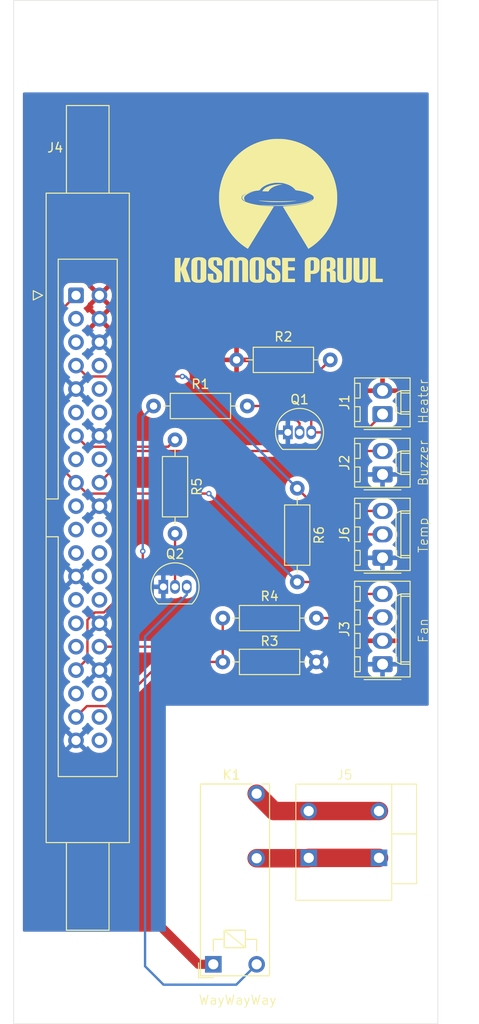
<source format=kicad_pcb>
(kicad_pcb (version 20240108) (generator "pcbnew") (generator_version "8.0")
  (layers (0 "F.Cu" signal) (31 "B.Cu" signal) (34 "B.Paste" user) (35 "F.Paste" user) (36 "B.SilkS" user "B.Silkscreen") (37 "F.SilkS" user "F.Silkscreen") (38 "B.Mask" user) (39 "F.Mask" user) (44 "Edge.Cuts" user))
  (net 0 "")
  (net 1 "+3.3V")
  (net 2 "GND")
  (net 3 "+5V")
  (net 4 "Net-(J5-Pin_2)")
  (net 5 "Net-(Q1-B)")
  (net 6 "Net-(Q2-B)")
  (net 7 "Net-(J2-Pin_2)")
  (net 8 "Net-(J3-Pin_4)")
  (net 9 "Net-(J3-Pin_3)")
  (net 15 "Net-(J4-GPIO26{slash}SDIO_DAT2)")
  (net 22 "Net-(J4-GPIO13{slash}PWM1)")
  (net 24 "Net-(J4-GPIO27{slash}SDIO_DAT3)")
  (net 34 "Net-(J5-Pin_1)")
  (net 35 "Net-(Q2-C)")
  (net 36 "Net-(J1-Pin_1)")
  (net 37 "Net-(J4-GPCLK0{slash}GPIO04)")
  (footprint "Relay_THT:Relay_SPST_Omron_G5NB" (layer "F.Cu") (at 109.65 116.54 90)
    (property "Reference" "K1" (at 20.54 1.97 180) (layer "F.SilkS"))
    (property "Value" "G5NB")
    (pad "13" thru_hole oval (at 11.5 4.7 270) (size 1.8 1.8) (drill 1.1) (layers "*.Cu" "*.Mask") (net 34 "Net-(J5-Pin_1)"))
    (pad "14" thru_hole oval (at 18.5 4.7 270) (size 1.8 1.8) (drill 1.1) (layers "*.Cu" "*.Mask") (net 4 "Net-(J5-Pin_2)"))
    (pad "A1" thru_hole rect (at 0 0 270) (size 1.8 1.8) (drill 1.1) (layers "*.Cu" "*.Mask") (net 3 "+5V"))
    (pad "A2" thru_hole oval (at 0 4.7 270) (size 1.8 1.8) (drill 1.1) (layers "*.Cu" "*.Mask") (net 35 "Net-(Q2-C)"))
  )
  (footprint "Resistor_THT:R_Axial_DIN0207_L6.3mm_D2.5mm_P10.16mm_Horizontal" (layer "F.Cu") (at 120.83 83.75 180)
    (property "Reference" "R3" (at 5.08 2.25 360) (layer "F.SilkS"))
    (property "Value" "4.7k")
    (pad "1" thru_hole circle (at 0 0 180) (size 1.6 1.6) (drill 0.8) (layers "*.Cu" "*.Mask") (net 2 "GND"))
    (pad "2" thru_hole oval (at 10.16 0 180) (size 1.6 1.6) (drill 0.8) (layers "*.Cu" "*.Mask") (net 15 "Net-(J4-GPIO26{slash}SDIO_DAT2)"))
  )
  (footprint "Connector_Molex:Molex_KK-254_AE-6410-03A_1x03_P2.54mm_Vertical" (layer "F.Cu") (at 128 72.46 90)
    (property "Reference" "J6" (at 2.54 -4.12 90) (layer "F.SilkS"))
    (property "Value" "Conn_01x03")
    (pad "1" thru_hole roundrect (at 0 0 90) (size 1.74 2.19) (drill 1.19) (layers "*.Cu" "*.Mask") (roundrect_rratio 0.143678) (net 2 "GND"))
    (pad "2" thru_hole oval (at 2.54 0 90) (size 1.74 2.19) (drill 1.19) (layers "*.Cu" "*.Mask") (net 1 "+3.3V"))
    (pad "3" thru_hole oval (at 5.08 0 90) (size 1.74 2.19) (drill 1.19) (layers "*.Cu" "*.Mask") (net 37 "Net-(J4-GPCLK0{slash}GPIO04)"))
  )
  (footprint "Resistor_THT:R_Axial_DIN0207_L6.3mm_D2.5mm_P10.16mm_Horizontal" (layer "F.Cu") (at 103.17 56)
    (property "Reference" "R1" (at 5.08 -2.37 0) (layer "F.SilkS"))
    (property "Value" "4.7k")
    (pad "1" thru_hole circle (at 0 0) (size 1.6 1.6) (drill 0.8) (layers "*.Cu" "*.Mask") (net 22 "Net-(J4-GPIO13{slash}PWM1)"))
    (pad "2" thru_hole oval (at 10.16 0) (size 1.6 1.6) (drill 0.8) (layers "*.Cu" "*.Mask") (net 5 "Net-(Q1-B)"))
  )
  (footprint "Resistor_THT:R_Axial_DIN0207_L6.3mm_D2.5mm_P10.16mm_Horizontal" (layer "F.Cu") (at 105.5 59.67 -90)
    (property "Reference" "R5" (at 5.08 -2.37 90) (layer "F.SilkS"))
    (property "Value" "4.7k")
    (pad "1" thru_hole circle (at 0 0 270) (size 1.6 1.6) (drill 0.8) (layers "*.Cu" "*.Mask") (net 24 "Net-(J4-GPIO27{slash}SDIO_DAT3)"))
    (pad "2" thru_hole oval (at 10.16 0 270) (size 1.6 1.6) (drill 0.8) (layers "*.Cu" "*.Mask") (net 6 "Net-(Q2-B)"))
  )
  (footprint "MountingHole:MountingHole_3.2mm_M3" (layer "F.Cu") (at 129 118)
    (property "Reference" "REF**" (hide yes))
    (property "Value" "MountingHole_3.2mm_M3")
    (pad "" np_thru_hole circle (at 0 0) (size 3.2 3.2) (drill 3.2) (layers "*.Cu" "*.Mask"))
  )
  (footprint "Connector_Molex:Molex_KK-254_AE-6410-04A_1x04_P2.54mm_Vertical" (layer "F.Cu") (at 128 84 90)
    (property "Reference" "J3" (at 3.81 -4.12 90) (layer "F.SilkS"))
    (property "Value" "Conn_01x04")
    (pad "1" thru_hole roundrect (at 0 0 90) (size 1.74 2.19) (drill 1.19) (layers "*.Cu" "*.Mask") (roundrect_rratio 0.143678) (net 2 "GND"))
    (pad "2" thru_hole oval (at 2.54 0 90) (size 1.74 2.19) (drill 1.19) (layers "*.Cu" "*.Mask") (net 3 "+5V"))
    (pad "3" thru_hole oval (at 5.08 0 90) (size 1.74 2.19) (drill 1.19) (layers "*.Cu" "*.Mask") (net 9 "Net-(J3-Pin_3)"))
    (pad "4" thru_hole oval (at 7.62 0 90) (size 1.74 2.19) (drill 1.19) (layers "*.Cu" "*.Mask") (net 8 "Net-(J3-Pin_4)"))
  )
  (footprint "Resistor_THT:R_Axial_DIN0207_L6.3mm_D2.5mm_P10.16mm_Horizontal" (layer "F.Cu") (at 118.75 64.92 -90)
    (property "Reference" "R6" (at 5.08 -2.37 90) (layer "F.SilkS"))
    (property "Value" "4.7k")
    (pad "1" thru_hole circle (at 0 0 270) (size 1.6 1.6) (drill 0.8) (layers "*.Cu" "*.Mask") (net 37 "Net-(J4-GPCLK0{slash}GPIO04)"))
    (pad "2" thru_hole oval (at 10.16 0 270) (size 1.6 1.6) (drill 0.8) (layers "*.Cu" "*.Mask") (net 1 "+3.3V"))
  )
  (footprint "Connector_Molex:Molex_KK-254_AE-6410-02A_1x02_P2.54mm_Vertical" (layer "F.Cu") (at 128 56.88 90)
    (property "Reference" "J1" (at 1.27 -4.12 90) (layer "F.SilkS"))
    (property "Value" "Conn_01x02")
    (pad "1" thru_hole roundrect (at 0 0 90) (size 1.74 2.19) (drill 1.19) (layers "*.Cu" "*.Mask") (roundrect_rratio 0.143678) (net 36 "Net-(J1-Pin_1)"))
    (pad "2" thru_hole oval (at 2.54 0 90) (size 1.74 2.19) (drill 1.19) (layers "*.Cu" "*.Mask") (net 3 "+5V"))
  )
  (footprint "Package_TO_SOT_THT:TO-92_Inline" (layer "F.Cu") (at 104.23 75.61)
    (property "Reference" "Q2" (at 1.27 -3.56 360) (layer "F.SilkS"))
    (property "Value" "2N3904")
    (pad "1" thru_hole rect (at 0 0) (size 1.05 1.5) (drill 0.75) (layers "*.Cu" "*.Mask") (net 2 "GND"))
    (pad "2" thru_hole oval (at 1.27 0) (size 1.05 1.5) (drill 0.75) (layers "*.Cu" "*.Mask") (net 6 "Net-(Q2-B)"))
    (pad "3" thru_hole oval (at 2.54 0) (size 1.05 1.5) (drill 0.75) (layers "*.Cu" "*.Mask") (net 35 "Net-(Q2-C)"))
  )
  (footprint "Package_TO_SOT_THT:TO-92_Inline" (layer "F.Cu") (at 117.73 58.86)
    (property "Reference" "Q1" (at 1.27 -3.56 0) (layer "F.SilkS"))
    (property "Value" "2N3904")
    (pad "1" thru_hole rect (at 0 0) (size 1.05 1.5) (drill 0.75) (layers "*.Cu" "*.Mask") (net 2 "GND"))
    (pad "2" thru_hole oval (at 1.27 0) (size 1.05 1.5) (drill 0.75) (layers "*.Cu" "*.Mask") (net 5 "Net-(Q1-B)"))
    (pad "3" thru_hole oval (at 2.54 0) (size 1.05 1.5) (drill 0.75) (layers "*.Cu" "*.Mask") (net 36 "Net-(J1-Pin_1)"))
  )
  (footprint "Resistor_THT:R_Axial_DIN0207_L6.3mm_D2.5mm_P10.16mm_Horizontal" (layer "F.Cu") (at 110.67 79)
    (property "Reference" "R4" (at 5.08 -2.37 0) (layer "F.SilkS"))
    (property "Value" "4.7k")
    (pad "1" thru_hole circle (at 0 0) (size 1.6 1.6) (drill 0.8) (layers "*.Cu" "*.Mask") (net 15 "Net-(J4-GPIO26{slash}SDIO_DAT2)"))
    (pad "2" thru_hole oval (at 10.16 0) (size 1.6 1.6) (drill 0.8) (layers "*.Cu" "*.Mask") (net 9 "Net-(J3-Pin_3)"))
  )
  (footprint "Resistor_THT:R_Axial_DIN0207_L6.3mm_D2.5mm_P10.16mm_Horizontal" (layer "F.Cu") (at 122.33 51 180)
    (property "Reference" "R2" (at 5.08 2.5 360) (layer "F.SilkS"))
    (property "Value" "4.7k")
    (pad "1" thru_hole circle (at 0 0 180) (size 1.6 1.6) (drill 0.8) (layers "*.Cu" "*.Mask") (net 36 "Net-(J1-Pin_1)"))
    (pad "2" thru_hole oval (at 10.16 0 180) (size 1.6 1.6) (drill 0.8) (layers "*.Cu" "*.Mask") (net 3 "+5V"))
  )
  (footprint "MountingHole:MountingHole_3.2mm_M3" (layer "F.Cu") (at 96 118)
    (property "Reference" "REF**" (hide yes))
    (property "Value" "MountingHole_3.2mm_M3")
    (pad "" np_thru_hole circle (at 0 0) (size 3.2 3.2) (drill 3.2) (layers "*.Cu" "*.Mask"))
  )
  (footprint "LOGO" (layer "F.Cu") (at 116.75 35)
    (property "Reference" "G***" (hide yes))
    (property "Value" "LOGO" (hide yes))
  )
  (footprint "MountingHole:MountingHole_3.2mm_M3" (layer "F.Cu") (at 96 17)
    (property "Reference" "REF**" (hide yes))
    (property "Value" "MountingHole_3.2mm_M3")
    (pad "" np_thru_hole circle (at 0 0) (size 3.2 3.2) (drill 3.2) (layers "*.Cu" "*.Mask"))
  )
  (footprint "custom:block party" (layer "F.Cu") (at 120 105 90)
    (property "Reference" "J5" (at 9 3.89 0) (layer "F.SilkS") (effects (font (thickness 0.1))))
    (property "Value" "Screw_Terminal_01x02")
    (pad "1" thru_hole rect (at 0 0 270) (size 1.8 1.8) (drill 1.1) (layers "*.Cu" "*.Mask") (net 34 "Net-(J5-Pin_1)"))
    (pad "1" thru_hole rect (at 0 7.62 270) (size 1.8 1.8) (drill 1.1) (layers "*.Cu" "*.Mask") (net 34 "Net-(J5-Pin_1)"))
    (pad "2" thru_hole oval (at 5.08 -0.01 270) (size 1.8 1.8) (drill 1.1) (layers "*.Cu" "*.Mask") (net 4 "Net-(J5-Pin_2)"))
    (pad "2" thru_hole oval (at 5.08 7.61 270) (size 1.8 1.8) (drill 1.1) (layers "*.Cu" "*.Mask") (net 4 "Net-(J5-Pin_2)"))
  )
  (footprint "Connector_IDC:IDC-Header_2x20_P2.54mm_Latch9.5mm_Vertical" (layer "F.Cu") (at 94.76 44)
    (property "Reference" "J4" (at -2.26 -16 0) (layer "F.SilkS"))
    (property "Value" "Raspberry_Pi_4")
    (pad "1" thru_hole roundrect (at 0 0) (size 1.7 1.7) (drill 1) (layers "*.Cu" "*.Mask") (roundrect_rratio 0.147059) (net 1 "+3.3V"))
    (pad "2" thru_hole circle (at 2.54 0) (size 1.7 1.7) (drill 1) (layers "*.Cu" "*.Mask") (net 3 "+5V"))
    (pad "3" thru_hole circle (at 0 2.54) (size 1.7 1.7) (drill 1) (layers "*.Cu" "*.Mask"))
    (pad "4" thru_hole circle (at 2.54 2.54) (size 1.7 1.7) (drill 1) (layers "*.Cu" "*.Mask") (net 3 "+5V"))
    (pad "5" thru_hole circle (at 0 5.08) (size 1.7 1.7) (drill 1) (layers "*.Cu" "*.Mask"))
    (pad "6" thru_hole circle (at 2.54 5.08) (size 1.7 1.7) (drill 1) (layers "*.Cu" "*.Mask") (net 2 "GND"))
    (pad "7" thru_hole circle (at 0 7.62) (size 1.7 1.7) (drill 1) (layers "*.Cu" "*.Mask") (net 37 "Net-(J4-GPCLK0{slash}GPIO04)"))
    (pad "8" thru_hole circle (at 2.54 7.62) (size 1.7 1.7) (drill 1) (layers "*.Cu" "*.Mask"))
    (pad "9" thru_hole circle (at 0 10.16) (size 1.7 1.7) (drill 1) (layers "*.Cu" "*.Mask") (net 2 "GND"))
    (pad "10" thru_hole circle (at 2.54 10.16) (size 1.7 1.7) (drill 1) (layers "*.Cu" "*.Mask"))
    (pad "11" thru_hole circle (at 0 12.7) (size 1.7 1.7) (drill 1) (layers "*.Cu" "*.Mask"))
    (pad "12" thru_hole circle (at 2.54 12.7) (size 1.7 1.7) (drill 1) (layers "*.Cu" "*.Mask"))
    (pad "13" thru_hole circle (at 0 15.24) (size 1.7 1.7) (drill 1) (layers "*.Cu" "*.Mask") (net 24 "Net-(J4-GPIO27{slash}SDIO_DAT3)"))
    (pad "14" thru_hole circle (at 2.54 15.24) (size 1.7 1.7) (drill 1) (layers "*.Cu" "*.Mask") (net 2 "GND"))
    (pad "15" thru_hole circle (at 0 17.78) (size 1.7 1.7) (drill 1) (layers "*.Cu" "*.Mask"))
    (pad "16" thru_hole circle (at 2.54 17.78) (size 1.7 1.7) (drill 1) (layers "*.Cu" "*.Mask"))
    (pad "17" thru_hole circle (at 0 20.32) (size 1.7 1.7) (drill 1) (layers "*.Cu" "*.Mask") (net 1 "+3.3V"))
    (pad "18" thru_hole circle (at 2.54 20.32) (size 1.7 1.7) (drill 1) (layers "*.Cu" "*.Mask") (net 7 "Net-(J2-Pin_2)"))
    (pad "19" thru_hole circle (at 0 22.86) (size 1.7 1.7) (drill 1) (layers "*.Cu" "*.Mask"))
    (pad "20" thru_hole circle (at 2.54 22.86) (size 1.7 1.7) (drill 1) (layers "*.Cu" "*.Mask") (net 2 "GND"))
    (pad "21" thru_hole circle (at 0 25.4) (size 1.7 1.7) (drill 1) (layers "*.Cu" "*.Mask"))
    (pad "22" thru_hole circle (at 2.54 25.4) (size 1.7 1.7) (drill 1) (layers "*.Cu" "*.Mask"))
    (pad "23" thru_hole circle (at 0 27.94) (size 1.7 1.7) (drill 1) (layers "*.Cu" "*.Mask"))
    (pad "24" thru_hole circle (at 2.54 27.94) (size 1.7 1.7) (drill 1) (layers "*.Cu" "*.Mask"))
    (pad "25" thru_hole circle (at 0 30.48) (size 1.7 1.7) (drill 1) (layers "*.Cu" "*.Mask") (net 2 "GND"))
    (pad "26" thru_hole circle (at 2.54 30.48) (size 1.7 1.7) (drill 1) (layers "*.Cu" "*.Mask"))
    (pad "27" thru_hole circle (at 0 33.02) (size 1.7 1.7) (drill 1) (layers "*.Cu" "*.Mask"))
    (pad "28" thru_hole circle (at 2.54 33.02) (size 1.7 1.7) (drill 1) (layers "*.Cu" "*.Mask"))
    (pad "29" thru_hole circle (at 0 35.56) (size 1.7 1.7) (drill 1) (layers "*.Cu" "*.Mask"))
    (pad "30" thru_hole circle (at 2.54 35.56) (size 1.7 1.7) (drill 1) (layers "*.Cu" "*.Mask") (net 2 "GND"))
    (pad "31" thru_hole circle (at 0 38.1) (size 1.7 1.7) (drill 1) (layers "*.Cu" "*.Mask"))
    (pad "32" thru_hole circle (at 2.54 38.1) (size 1.7 1.7) (drill 1) (layers "*.Cu" "*.Mask") (net 8 "Net-(J3-Pin_4)"))
    (pad "33" thru_hole circle (at 0 40.64) (size 1.7 1.7) (drill 1) (layers "*.Cu" "*.Mask") (net 22 "Net-(J4-GPIO13{slash}PWM1)"))
    (pad "34" thru_hole circle (at 2.54 40.64) (size 1.7 1.7) (drill 1) (layers "*.Cu" "*.Mask") (net 2 "GND"))
    (pad "35" thru_hole circle (at 0 43.18) (size 1.7 1.7) (drill 1) (layers "*.Cu" "*.Mask"))
    (pad "36" thru_hole circle (at 2.54 43.18) (size 1.7 1.7) (drill 1) (layers "*.Cu" "*.Mask"))
    (pad "37" thru_hole circle (at 0 45.72) (size 1.7 1.7) (drill 1) (layers "*.Cu" "*.Mask") (net 15 "Net-(J4-GPIO26{slash}SDIO_DAT2)"))
    (pad "38" thru_hole circle (at 2.54 45.72) (size 1.7 1.7) (drill 1) (layers "*.Cu" "*.Mask"))
    (pad "39" thru_hole circle (at 0 48.26) (size 1.7 1.7) (drill 1) (layers "*.Cu" "*.Mask") (net 2 "GND"))
    (pad "40" thru_hole circle (at 2.54 48.26) (size 1.7 1.7) (drill 1) (layers "*.Cu" "*.Mask"))
  )
  (footprint "Connector_Molex:Molex_KK-254_AE-6410-02A_1x02_P2.54mm_Vertical" (layer "F.Cu") (at 128 63.42 90)
    (property "Reference" "J2" (at 1.27 -4.12 90) (layer "F.SilkS"))
    (property "Value" "Conn_01x02")
    (pad "1" thru_hole roundrect (at 0 0 90) (size 1.74 2.19) (drill 1.19) (layers "*.Cu" "*.Mask") (roundrect_rratio 0.143678) (net 2 "GND"))
    (pad "2" thru_hole oval (at 2.54 0 90) (size 1.74 2.19) (drill 1.19) (layers "*.Cu" "*.Mask") (net 7 "Net-(J2-Pin_2)"))
  )
  (footprint "MountingHole:MountingHole_3.2mm_M3" (layer "F.Cu") (at 129 17)
    (property "Reference" "REF**" (hide yes))
    (property "Value" "MountingHole_3.2mm_M3")
    (pad "" np_thru_hole circle (at 0 0) (size 3.2 3.2) (drill 3.2) (layers "*.Cu" "*.Mask"))
  )
  (gr_rect (start 88 12) (end 134 123) (stroke (width 0.05)) (fill none) (layer "Edge.Cuts"))
  (gr_text "Buzzer" (at 133 64.75 90) (layer "F.SilkS") (effects (font (size 1 1) (thickness 0.1)) (justify left bottom)))
  (gr_text "Heater" (at 133 58 90) (layer "F.SilkS") (effects (font (size 1 1) (thickness 0.1)) (justify left bottom)))
  (gr_text "Fan" (at 133 81.75 90) (layer "F.SilkS") (effects (font (size 1 1) (thickness 0.1)) (justify left bottom)))
  (gr_text "Temp" (at 133 72 90) (layer "F.SilkS") (effects (font (size 1 1) (thickness 0.1)) (justify left bottom)))
  (gr_text "WayWayWay" (at 108 121 0) (layer "F.SilkS") (effects (font (size 1 1) (thickness 0.1)) (justify left bottom)))
  (segment (start 92.75 62.31) (end 92.75 46.01) (width 0.254) (layer "F.Cu") (net 1))
  (segment (start 118.75 75.08) (end 120.92 75.08) (width 0.254) (layer "F.Cu") (net 1))
  (segment (start 94.76 64.32) (end 92.75 62.31) (width 0.254) (layer "F.Cu") (net 1))
  (segment (start 92.75 46.01) (end 94.76 44) (width 0.254) (layer "F.Cu") (net 1))
  (segment (start 94.76 64.32) (end 95.937 65.497) (width 0.254) (layer "F.Cu") (net 1))
  (segment (start 126.08 69.92) (end 128 69.92) (width 0.254) (layer "F.Cu") (net 1))
  (segment (start 95.937 65.497) (end 109.167 65.497) (width 0.254) (layer "F.Cu") (net 1))
  (segment (start 120.92 75.08) (end 126.08 69.92) (width 0.254) (layer "F.Cu") (net 1))
  (via (at 109.167 65.497) (size 0.6) (drill 0.3) (layers "F.Cu" "B.Cu") (net 1))
  (segment (start 118.75 75.08) (end 109.167 65.497) (width 0.254) (layer "B.Cu") (net 1))
  (segment (start 108.04 116.54) (end 107 115.5) (width 1) (layer "F.Cu") (net 3))
  (segment (start 109.65 116.54) (end 108.04 116.54) (width 1) (layer "F.Cu") (net 3))
  (segment (start 107 115.5) (end 104 112.5) (width 1) (layer "F.Cu") (net 3))
  (segment (start 116.23 99.92) (end 119.99 99.92) (width 2) (layer "F.Cu") (net 4))
  (segment (start 114.35 98.04) (end 116.23 99.92) (width 2) (layer "F.Cu") (net 4))
  (segment (start 127.61 99.92) (end 119.99 99.92) (width 2) (layer "F.Cu") (net 4))
  (segment (start 113.33 56) (end 117.144 56) (width 0.254) (layer "F.Cu") (net 5))
  (segment (start 119 57.856) (end 119 58.86) (width 0.254) (layer "F.Cu") (net 5))
  (segment (start 117.144 56) (end 119 57.856) (width 0.254) (layer "F.Cu") (net 5))
  (segment (start 105.5 69.83) (end 105.5 75.61) (width 0.254) (layer "F.Cu") (net 6))
  (segment (start 100.74 60.88) (end 128 60.88) (width 0.254) (layer "F.Cu") (net 7))
  (segment (start 97.3 64.32) (end 100.74 60.88) (width 0.254) (layer "F.Cu") (net 7))
  (segment (start 104.4 82.1) (end 109.75 76.75) (width 0.254) (layer "F.Cu") (net 8))
  (segment (start 126.37 76.38) (end 128 76.38) (width 0.254) (layer "F.Cu") (net 8))
  (segment (start 126 76.75) (end 126.37 76.38) (width 0.254) (layer "F.Cu") (net 8))
  (segment (start 97.3 82.1) (end 104.4 82.1) (width 0.254) (layer "F.Cu") (net 8))
  (segment (start 109.75 76.75) (end 126 76.75) (width 0.254) (layer "F.Cu") (net 8))
  (segment (start 127.92 79) (end 128 78.92) (width 0.254) (layer "F.Cu") (net 9))
  (segment (start 120.83 79) (end 127.92 79) (width 0.254) (layer "F.Cu") (net 9))
  (segment (start 110.67 83.75) (end 104 83.75) (width 0.254) (layer "F.Cu") (net 15))
  (segment (start 95.937 88.543) (end 94.76 89.72) (width 0.254) (layer "F.Cu") (net 15))
  (segment (start 104 83.75) (end 99.207 88.543) (width 0.254) (layer "F.Cu") (net 15))
  (segment (start 110.67 79) (end 110.67 83.75) (width 0.254) (layer "F.Cu") (net 15))
  (segment (start 99.207 88.543) (end 95.937 88.543) (width 0.254) (layer "F.Cu") (net 15))
  (segment (start 96 83.4) (end 94.76 84.64) (width 0.254) (layer "F.Cu") (net 22))
  (segment (start 96 79.19547) (end 96 83.4) (width 0.254) (layer "F.Cu") (net 22))
  (segment (start 97.78753 78.383) (end 96.81247 78.383) (width 0.254) (layer "F.Cu") (net 22))
  (segment (start 102 71.75) (end 102 74.17053) (width 0.254) (layer "F.Cu") (net 22))
  (segment (start 102 74.17053) (end 97.78753 78.383) (width 0.254) (layer "F.Cu") (net 22))
  (segment (start 96.81247 78.383) (end 96 79.19547) (width 0.254) (layer "F.Cu") (net 22))
  (via (at 102 71.75) (size 0.6) (drill 0.3) (layers "F.Cu" "B.Cu") (net 22))
  (segment (start 103.17 56) (end 102 57.17) (width 0.254) (layer "B.Cu") (net 22))
  (segment (start 102 57.17) (end 102 71.75) (width 0.254) (layer "B.Cu") (net 22))
  (segment (start 94.76 59.24) (end 95.937 60.417) (width 0.254) (layer "F.Cu") (net 24))
  (segment (start 95.937 60.417) (end 104.753 60.417) (width 0.254) (layer "F.Cu") (net 24))
  (segment (start 104.753 60.417) (end 105.5 59.67) (width 0.254) (layer "F.Cu") (net 24))
  (segment (start 114.35 105.04) (end 119.96 105.04) (width 2) (layer "F.Cu") (net 34))
  (segment (start 120 105) (end 127.62 105) (width 2) (layer "F.Cu") (net 34))
  (segment (start 106.77 75.61) (end 106.77 76.48) (width 0.254) (layer "B.Cu") (net 35))
  (segment (start 102.25 116.75) (end 104.25 118.75) (width 0.254) (layer "B.Cu") (net 35))
  (segment (start 114.35 116.54) (end 112.14 118.75) (width 0.254) (layer "B.Cu") (net 35))
  (segment (start 106.77 76.48) (end 102.25 81) (width 0.254) (layer "B.Cu") (net 35))
  (segment (start 112.14 118.75) (end 111.5 118.75) (width 0.254) (layer "B.Cu") (net 35))
  (segment (start 102.25 81) (end 102.25 116.75) (width 0.254) (layer "B.Cu") (net 35))
  (segment (start 104.25 118.75) (end 111.5 118.75) (width 0.254) (layer "B.Cu") (net 35))
  (segment (start 120.27 58.86) (end 120.27 53.06) (width 0.254) (layer "F.Cu") (net 36))
  (segment (start 120.27 53.06) (end 122.33 51) (width 0.254) (layer "F.Cu") (net 36))
  (segment (start 126.02 58.86) (end 128 56.88) (width 0.254) (layer "F.Cu") (net 36))
  (segment (start 120.27 58.86) (end 126.02 58.86) (width 0.254) (layer "F.Cu") (net 36))
  (segment (start 94.76 51.62) (end 95.937 52.797) (width 0.254) (layer "F.Cu") (net 37))
  (segment (start 121.21 67.38) (end 118.75 64.92) (width 0.254) (layer "F.Cu") (net 37))
  (segment (start 128 67.38) (end 121.21 67.38) (width 0.254) (layer "F.Cu") (net 37))
  (segment (start 95.937 52.797) (end 106.297 52.797) (width 0.254) (layer "F.Cu") (net 37))
  (via (at 106.297 52.797) (size 0.6) (drill 0.3) (layers "F.Cu" "B.Cu") (net 37))
  (segment (start 106.627 52.797) (end 106.297 52.797) (width 0.254) (layer "B.Cu") (net 37))
  (segment (start 118.75 64.92) (end 106.627 52.797) (width 0.254) (layer "B.Cu") (net 37))
  (zone (net 3) (net_name "+5V") (layer "F.Cu") (priority 1) (connect_pads (clearance 0.5)) (min_thickness 0.25) (fill yes (thermal_gap 0.5) (thermal_bridge_width 0.5))
    (polygon (pts (xy 89 13) (xy 89 122) (xy 133 122) (xy 133 13)))
  )
  (zone (net 0) (net_name "") (layers "F&B.Cu") (connect_pads (clearance 0)) (min_thickness 0.25)
    (keepout (tracks allowed) (vias allowed) (pads allowed) (copperpour not_allowed) (footprints allowed))
    (fill (thermal_gap 0.5) (thermal_bridge_width 0.5))
    (polygon (pts (xy 134 12) (xy 134 22) (xy 88 22) (xy 88 12)))
  )
  (zone (net 0) (net_name "") (layers "F&B.Cu") (connect_pads (clearance 0)) (min_thickness 0.25)
    (keepout (tracks allowed) (vias allowed) (pads allowed) (copperpour not_allowed) (footprints allowed))
    (fill (thermal_gap 0.5) (thermal_bridge_width 0.5))
    (polygon (pts (xy 134 123) (xy 88 123) (xy 88 113) (xy 134 113)))
  )
  (zone (net 0) (net_name "") (layers "F&B.Cu") (connect_pads (clearance 0)) (min_thickness 0.25)
    (keepout (tracks allowed) (vias allowed) (pads allowed) (copperpour not_allowed) (footprints allowed))
    (fill (thermal_gap 0.5) (thermal_bridge_width 0.5))
    (polygon (pts (xy 104.5 123) (xy 104.5 88.5) (xy 134 88.5) (xy 134 123)))
  )
  (zone (net 2) (net_name "GND") (layer "B.Cu") (connect_pads (clearance 0.5)) (min_thickness 0.25) (fill yes (thermal_gap 0.5) (thermal_bridge_width 0.5))
    (polygon (pts (xy 89 13) (xy 89 122) (xy 133 122) (xy 133 13)))
  )
)
</source>
